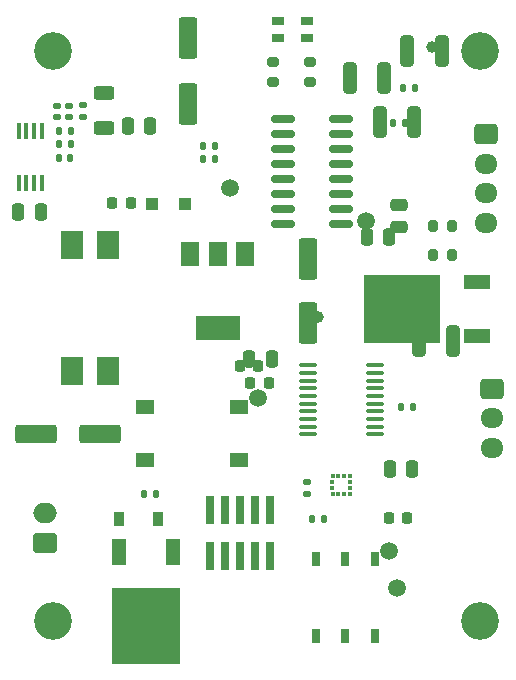
<source format=gts>
%TF.GenerationSoftware,KiCad,Pcbnew,(6.0.1-0)*%
%TF.CreationDate,2022-10-07T23:17:41-05:00*%
%TF.ProjectId,tackle_sensor_hardware,7461636b-6c65-45f7-9365-6e736f725f68,rev?*%
%TF.SameCoordinates,Original*%
%TF.FileFunction,Soldermask,Top*%
%TF.FilePolarity,Negative*%
%FSLAX46Y46*%
G04 Gerber Fmt 4.6, Leading zero omitted, Abs format (unit mm)*
G04 Created by KiCad (PCBNEW (6.0.1-0)) date 2022-10-07 23:17:41*
%MOMM*%
%LPD*%
G01*
G04 APERTURE LIST*
G04 Aperture macros list*
%AMRoundRect*
0 Rectangle with rounded corners*
0 $1 Rounding radius*
0 $2 $3 $4 $5 $6 $7 $8 $9 X,Y pos of 4 corners*
0 Add a 4 corners polygon primitive as box body*
4,1,4,$2,$3,$4,$5,$6,$7,$8,$9,$2,$3,0*
0 Add four circle primitives for the rounded corners*
1,1,$1+$1,$2,$3*
1,1,$1+$1,$4,$5*
1,1,$1+$1,$6,$7*
1,1,$1+$1,$8,$9*
0 Add four rect primitives between the rounded corners*
20,1,$1+$1,$2,$3,$4,$5,0*
20,1,$1+$1,$4,$5,$6,$7,0*
20,1,$1+$1,$6,$7,$8,$9,0*
20,1,$1+$1,$8,$9,$2,$3,0*%
G04 Aperture macros list end*
%ADD10RoundRect,0.200000X-0.200000X-0.275000X0.200000X-0.275000X0.200000X0.275000X-0.200000X0.275000X0*%
%ADD11RoundRect,0.250000X-0.725000X0.600000X-0.725000X-0.600000X0.725000X-0.600000X0.725000X0.600000X0*%
%ADD12O,1.950000X1.700000*%
%ADD13RoundRect,0.100000X-0.637500X-0.100000X0.637500X-0.100000X0.637500X0.100000X-0.637500X0.100000X0*%
%ADD14C,3.200000*%
%ADD15RoundRect,0.135000X-0.135000X-0.185000X0.135000X-0.185000X0.135000X0.185000X-0.135000X0.185000X0*%
%ADD16RoundRect,0.250000X0.750000X-0.600000X0.750000X0.600000X-0.750000X0.600000X-0.750000X-0.600000X0*%
%ADD17O,2.000000X1.700000*%
%ADD18C,1.500000*%
%ADD19RoundRect,0.135000X0.135000X0.185000X-0.135000X0.185000X-0.135000X-0.185000X0.135000X-0.185000X0*%
%ADD20R,0.700000X1.200000*%
%ADD21RoundRect,0.250000X-0.250000X-0.475000X0.250000X-0.475000X0.250000X0.475000X-0.250000X0.475000X0*%
%ADD22RoundRect,0.250000X-0.312500X-1.075000X0.312500X-1.075000X0.312500X1.075000X-0.312500X1.075000X0*%
%ADD23R,0.450000X1.450000*%
%ADD24RoundRect,0.140000X0.170000X-0.140000X0.170000X0.140000X-0.170000X0.140000X-0.170000X-0.140000X0*%
%ADD25RoundRect,0.225000X-0.225000X-0.250000X0.225000X-0.250000X0.225000X0.250000X-0.225000X0.250000X0*%
%ADD26R,2.200000X1.200000*%
%ADD27R,6.400000X5.800000*%
%ADD28RoundRect,0.200000X-0.275000X0.200000X-0.275000X-0.200000X0.275000X-0.200000X0.275000X0.200000X0*%
%ADD29RoundRect,0.135000X0.185000X-0.135000X0.185000X0.135000X-0.185000X0.135000X-0.185000X-0.135000X0*%
%ADD30RoundRect,0.250000X0.250000X0.475000X-0.250000X0.475000X-0.250000X-0.475000X0.250000X-0.475000X0*%
%ADD31R,1.550000X1.300000*%
%ADD32R,0.350000X0.375000*%
%ADD33R,0.375000X0.350000*%
%ADD34RoundRect,0.225000X0.225000X0.250000X-0.225000X0.250000X-0.225000X-0.250000X0.225000X-0.250000X0*%
%ADD35RoundRect,0.150000X-0.825000X-0.150000X0.825000X-0.150000X0.825000X0.150000X-0.825000X0.150000X0*%
%ADD36RoundRect,0.135000X-0.185000X0.135000X-0.185000X-0.135000X0.185000X-0.135000X0.185000X0.135000X0*%
%ADD37R,1.955800X2.362200*%
%ADD38R,1.200000X2.200000*%
%ADD39R,5.800000X6.400000*%
%ADD40RoundRect,0.140000X-0.140000X-0.170000X0.140000X-0.170000X0.140000X0.170000X-0.140000X0.170000X0*%
%ADD41RoundRect,0.218750X0.218750X0.256250X-0.218750X0.256250X-0.218750X-0.256250X0.218750X-0.256250X0*%
%ADD42RoundRect,0.250000X0.625000X-0.312500X0.625000X0.312500X-0.625000X0.312500X-0.625000X-0.312500X0*%
%ADD43R,0.760000X2.400000*%
%ADD44RoundRect,0.250000X0.550000X-1.500000X0.550000X1.500000X-0.550000X1.500000X-0.550000X-1.500000X0*%
%ADD45R,1.500000X2.000000*%
%ADD46R,3.800000X2.000000*%
%ADD47RoundRect,0.250000X1.500000X0.550000X-1.500000X0.550000X-1.500000X-0.550000X1.500000X-0.550000X0*%
%ADD48R,1.100000X1.100000*%
%ADD49R,0.900000X1.200000*%
%ADD50C,1.000000*%
%ADD51RoundRect,0.250000X0.475000X-0.250000X0.475000X0.250000X-0.475000X0.250000X-0.475000X-0.250000X0*%
%ADD52R,1.000000X0.800000*%
G04 APERTURE END LIST*
D10*
%TO.C,R14*%
X157290000Y-89057000D03*
X158940000Y-89057000D03*
%TD*%
D11*
%TO.C,J3*%
X162305000Y-102870000D03*
D12*
X162305000Y-105370000D03*
X162305000Y-107870000D03*
%TD*%
D13*
%TO.C,U2*%
X146685000Y-100890000D03*
X146685000Y-101540000D03*
X146685000Y-102190000D03*
X146685000Y-102840000D03*
X146685000Y-103490000D03*
X146685000Y-104140000D03*
X146685000Y-104790000D03*
X146685000Y-105440000D03*
X146685000Y-106090000D03*
X146685000Y-106740000D03*
X152410000Y-106740000D03*
X152410000Y-106090000D03*
X152410000Y-105440000D03*
X152410000Y-104790000D03*
X152410000Y-104140000D03*
X152410000Y-103490000D03*
X152410000Y-102840000D03*
X152410000Y-102190000D03*
X152410000Y-101540000D03*
X152410000Y-100890000D03*
%TD*%
D14*
%TO.C,H3*%
X125095000Y-122555000D03*
%TD*%
D15*
%TO.C,R16*%
X154731000Y-77395000D03*
X155751000Y-77395000D03*
%TD*%
D16*
%TO.C,J1*%
X124460000Y-115911000D03*
D17*
X124460000Y-113411000D03*
%TD*%
D18*
%TO.C,TP1*%
X154226000Y-119763000D03*
%TD*%
D14*
%TO.C,H4*%
X161290000Y-122555000D03*
%TD*%
D19*
%TO.C,R7*%
X138815000Y-83439000D03*
X137795000Y-83439000D03*
%TD*%
D15*
%TO.C,R1*%
X132840000Y-111760000D03*
X133860000Y-111760000D03*
%TD*%
D20*
%TO.C,SW2*%
X147360000Y-117273000D03*
X149860000Y-117273000D03*
X152360000Y-117273000D03*
X147360000Y-123773000D03*
X149860000Y-123773000D03*
X152360000Y-123773000D03*
%TD*%
D21*
%TO.C,C11*%
X151704000Y-90043000D03*
X153604000Y-90043000D03*
%TD*%
D22*
%TO.C,R17*%
X155128500Y-74295000D03*
X158053500Y-74295000D03*
%TD*%
D23*
%TO.C,U3*%
X124165000Y-81071000D03*
X123515000Y-81071000D03*
X122865000Y-81071000D03*
X122215000Y-81071000D03*
X122215000Y-85471000D03*
X122865000Y-85471000D03*
X123515000Y-85471000D03*
X124165000Y-85471000D03*
%TD*%
D24*
%TO.C,C7*%
X126492000Y-79883000D03*
X126492000Y-78923000D03*
%TD*%
D11*
%TO.C,J2*%
X161815000Y-81340000D03*
D12*
X161815000Y-83840000D03*
X161815000Y-86340000D03*
X161815000Y-88840000D03*
%TD*%
D10*
%TO.C,R12*%
X157290000Y-91567000D03*
X158940000Y-91567000D03*
%TD*%
D25*
%TO.C,C3*%
X153585500Y-113848000D03*
X155135500Y-113848000D03*
%TD*%
D21*
%TO.C,C2*%
X153616500Y-109657000D03*
X155516500Y-109657000D03*
%TD*%
D15*
%TO.C,R3*%
X125603000Y-81026000D03*
X126623000Y-81026000D03*
%TD*%
D26*
%TO.C,Q9*%
X161010000Y-98420000D03*
D27*
X154710000Y-96140000D03*
D26*
X161010000Y-93860000D03*
%TD*%
D28*
%TO.C,R11*%
X146919000Y-75246000D03*
X146919000Y-76896000D03*
%TD*%
D29*
%TO.C,R4*%
X127635000Y-79887000D03*
X127635000Y-78867000D03*
%TD*%
D18*
%TO.C,TP11*%
X142478000Y-103634000D03*
%TD*%
D30*
%TO.C,C15*%
X143632000Y-100330000D03*
X141732000Y-100330000D03*
%TD*%
D31*
%TO.C,SW1*%
X132926000Y-104430000D03*
X140886000Y-104430000D03*
X132926000Y-108930000D03*
X140886000Y-108930000D03*
%TD*%
D32*
%TO.C,U1*%
X150297000Y-110295500D03*
X149797000Y-110295500D03*
X149297000Y-110295500D03*
X148797000Y-110295500D03*
D33*
X148784500Y-110808000D03*
X148784500Y-111308000D03*
D32*
X148797000Y-111820500D03*
X149297000Y-111820500D03*
X149797000Y-111820500D03*
X150297000Y-111820500D03*
D33*
X150309500Y-111308000D03*
X150309500Y-110808000D03*
%TD*%
D22*
%TO.C,R18*%
X152781000Y-80264000D03*
X155706000Y-80264000D03*
%TD*%
D34*
%TO.C,C9*%
X131699000Y-87122000D03*
X130149000Y-87122000D03*
%TD*%
D35*
%TO.C,U5*%
X144591000Y-80010000D03*
X144591000Y-81280000D03*
X144591000Y-82550000D03*
X144591000Y-83820000D03*
X144591000Y-85090000D03*
X144591000Y-86360000D03*
X144591000Y-87630000D03*
X144591000Y-88900000D03*
X149541000Y-88900000D03*
X149541000Y-87630000D03*
X149541000Y-86360000D03*
X149541000Y-85090000D03*
X149541000Y-83820000D03*
X149541000Y-82550000D03*
X149541000Y-81280000D03*
X149541000Y-80010000D03*
%TD*%
D15*
%TO.C,R21*%
X154555000Y-104394000D03*
X155575000Y-104394000D03*
%TD*%
%TO.C,R9*%
X147066000Y-113919000D03*
X148086000Y-113919000D03*
%TD*%
D36*
%TO.C,R2*%
X146626500Y-110796000D03*
X146626500Y-111816000D03*
%TD*%
D37*
%TO.C,T1*%
X129770000Y-90690700D03*
X126770000Y-90690700D03*
X126770000Y-101333300D03*
X129770000Y-101333300D03*
%TD*%
D15*
%TO.C,R8*%
X137795000Y-82296000D03*
X138815000Y-82296000D03*
%TD*%
%TO.C,R5*%
X125599000Y-82169000D03*
X126619000Y-82169000D03*
%TD*%
D38*
%TO.C,Q1*%
X135250000Y-116660000D03*
D39*
X132970000Y-122960000D03*
D38*
X130690000Y-116660000D03*
%TD*%
D24*
%TO.C,C6*%
X125476000Y-79883000D03*
X125476000Y-78923000D03*
%TD*%
D34*
%TO.C,C16*%
X143383000Y-102362000D03*
X141833000Y-102362000D03*
%TD*%
D28*
%TO.C,R13*%
X143744000Y-75246000D03*
X143744000Y-76896000D03*
%TD*%
D40*
%TO.C,C8*%
X125631000Y-83312000D03*
X126591000Y-83312000D03*
%TD*%
D41*
%TO.C,D3*%
X142503500Y-100967000D03*
X140928500Y-100967000D03*
%TD*%
D42*
%TO.C,R6*%
X129413000Y-80772000D03*
X129413000Y-77847000D03*
%TD*%
D30*
%TO.C,C5*%
X124079000Y-87884000D03*
X122179000Y-87884000D03*
%TD*%
D43*
%TO.C,J4*%
X143510000Y-113112000D03*
X143510000Y-117012000D03*
X142240000Y-113112000D03*
X142240000Y-117012000D03*
X140970000Y-113112000D03*
X140970000Y-117012000D03*
X139700000Y-113112000D03*
X139700000Y-117012000D03*
X138430000Y-113112000D03*
X138430000Y-117012000D03*
%TD*%
D44*
%TO.C,C10*%
X136525000Y-78740000D03*
X136525000Y-73140000D03*
%TD*%
D45*
%TO.C,U4*%
X141365000Y-91465000D03*
X139065000Y-91465000D03*
D46*
X139065000Y-97765000D03*
D45*
X136765000Y-91465000D03*
%TD*%
D30*
%TO.C,C12*%
X133350000Y-80645000D03*
X131450000Y-80645000D03*
%TD*%
D44*
%TO.C,C13*%
X146685000Y-97315000D03*
X146685000Y-91915000D03*
%TD*%
D18*
%TO.C,TP2*%
X151638000Y-88646000D03*
%TD*%
%TO.C,TP10*%
X140081000Y-85852000D03*
%TD*%
D47*
%TO.C,C4*%
X129065000Y-106680000D03*
X123665000Y-106680000D03*
%TD*%
D14*
%TO.C,H2*%
X161290000Y-74295000D03*
%TD*%
D48*
%TO.C,D1*%
X136337500Y-87249000D03*
X133537500Y-87249000D03*
%TD*%
D15*
%TO.C,R10*%
X153924000Y-80391000D03*
X154944000Y-80391000D03*
%TD*%
D18*
%TO.C,TP3*%
X153591000Y-116588000D03*
%TD*%
D49*
%TO.C,D4*%
X130685000Y-113875000D03*
X133985000Y-113875000D03*
%TD*%
D22*
%TO.C,R15*%
X156079000Y-98806000D03*
X159004000Y-98806000D03*
%TD*%
D14*
%TO.C,H1*%
X125095000Y-74295000D03*
%TD*%
D22*
%TO.C,F1*%
X150237000Y-76581000D03*
X153162000Y-76581000D03*
%TD*%
D50*
%TO.C,TP15*%
X147574000Y-96774000D03*
%TD*%
D51*
%TO.C,C1*%
X154450774Y-89174000D03*
X154450774Y-87274000D03*
%TD*%
D52*
%TO.C,D2*%
X146645000Y-73152000D03*
X146645000Y-71752000D03*
X144145000Y-71752000D03*
X144145000Y-73152000D03*
%TD*%
D50*
%TO.C,TP12*%
X157226000Y-73914000D03*
%TD*%
M02*

</source>
